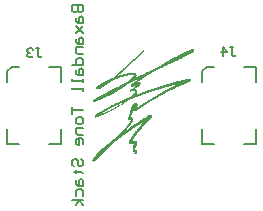
<source format=gbo>
G04*
G04 #@! TF.GenerationSoftware,Altium Limited,Altium Designer,18.1.7 (191)*
G04*
G04 Layer_Color=32896*
%FSLAX24Y24*%
%MOIN*%
G70*
G01*
G75*
%ADD12C,0.0079*%
%ADD13C,0.0080*%
%ADD40C,0.0070*%
G36*
X17792Y17526D02*
X17763D01*
Y17516D01*
X17754D01*
Y17526D01*
X17745D01*
Y17516D01*
X17735D01*
Y17507D01*
X17726D01*
Y17497D01*
X17697D01*
Y17488D01*
X17669D01*
Y17479D01*
X17650D01*
Y17469D01*
X17631D01*
Y17460D01*
X17603D01*
Y17450D01*
X17575D01*
Y17441D01*
X17556D01*
Y17431D01*
X17537D01*
Y17422D01*
X17518D01*
Y17413D01*
X17499D01*
Y17403D01*
X17481D01*
Y17394D01*
X17462D01*
Y17384D01*
X17443D01*
Y17375D01*
X17424D01*
Y17365D01*
X17405D01*
Y17356D01*
X17386D01*
Y17347D01*
X17367D01*
Y17337D01*
X17349D01*
Y17328D01*
X17330D01*
Y17318D01*
X17311D01*
Y17309D01*
X17302D01*
Y17299D01*
X17283D01*
Y17290D01*
X17264D01*
Y17281D01*
X17254D01*
Y17271D01*
X17226D01*
Y17262D01*
X17207D01*
Y17252D01*
X17188D01*
Y17243D01*
X17179D01*
Y17233D01*
X17151D01*
Y17224D01*
X17132D01*
Y17215D01*
X17113D01*
Y17205D01*
X17104D01*
Y17196D01*
X17085D01*
Y17186D01*
X17066D01*
Y17177D01*
X17047D01*
Y17168D01*
X17028D01*
Y17158D01*
X17009D01*
Y17149D01*
X16990D01*
Y17139D01*
X16981D01*
Y17130D01*
X16962D01*
Y17120D01*
X16943D01*
Y17111D01*
X16934D01*
Y17102D01*
X16906D01*
Y17092D01*
X16896D01*
Y17083D01*
X16887D01*
Y17073D01*
X16877D01*
Y17064D01*
X16849D01*
Y17054D01*
X16840D01*
Y17045D01*
X16821D01*
Y17036D01*
X16802D01*
Y17026D01*
X16793D01*
Y17017D01*
X16774D01*
Y17007D01*
X16755D01*
Y16998D01*
X16745D01*
Y16988D01*
X16727D01*
Y16979D01*
X16717D01*
Y16970D01*
X16698D01*
Y16960D01*
X16689D01*
Y16951D01*
X16661D01*
Y16941D01*
X16651D01*
Y16932D01*
X16632D01*
Y16922D01*
X16613D01*
Y16913D01*
X16604D01*
Y16904D01*
X16585D01*
Y16894D01*
X16566D01*
Y16885D01*
X16557D01*
Y16875D01*
X16529D01*
Y16866D01*
X16500D01*
Y16856D01*
X16482D01*
Y16847D01*
X16463D01*
Y16838D01*
X16444D01*
Y16828D01*
X16425D01*
Y16819D01*
X16397D01*
Y16809D01*
X16387D01*
Y16800D01*
X16368D01*
Y16790D01*
X16350D01*
Y16781D01*
X16331D01*
Y16772D01*
X16312D01*
Y16762D01*
X16284D01*
Y16753D01*
X16274D01*
Y16743D01*
X16246D01*
Y16734D01*
X16227D01*
Y16724D01*
X16208D01*
Y16715D01*
X16189D01*
Y16706D01*
X16170D01*
Y16696D01*
X16152D01*
Y16687D01*
X16133D01*
Y16677D01*
X16123D01*
Y16668D01*
X16095D01*
Y16659D01*
X16076D01*
Y16649D01*
X16057D01*
Y16640D01*
X16039D01*
Y16630D01*
X16010D01*
Y16621D01*
X15991D01*
Y16611D01*
X15973D01*
Y16602D01*
X15963D01*
Y16593D01*
X15935D01*
Y16583D01*
X15916D01*
Y16574D01*
X15888D01*
Y16583D01*
Y16593D01*
X15897D01*
Y16602D01*
Y16611D01*
X15907D01*
Y16621D01*
Y16630D01*
X15916D01*
Y16640D01*
Y16649D01*
X15907D01*
Y16659D01*
Y16668D01*
Y16677D01*
Y16687D01*
X15897D01*
Y16696D01*
Y16706D01*
X15888D01*
Y16715D01*
X15869D01*
Y16724D01*
X15841D01*
Y16734D01*
X15690D01*
Y16724D01*
X15633D01*
Y16715D01*
X15614D01*
Y16706D01*
X15605D01*
Y16715D01*
X15596D01*
Y16706D01*
X15567D01*
Y16696D01*
X15539D01*
Y16687D01*
X15501D01*
Y16677D01*
X15464D01*
Y16668D01*
X15435D01*
Y16659D01*
X15398D01*
Y16649D01*
X15360D01*
Y16640D01*
X15341D01*
Y16630D01*
X15313D01*
Y16640D01*
X15322D01*
Y16649D01*
Y16659D01*
X15332D01*
Y16668D01*
X15341D01*
Y16677D01*
X15360D01*
Y16687D01*
X15369D01*
Y16696D01*
X15379D01*
Y16706D01*
X15388D01*
Y16715D01*
X15398D01*
Y16724D01*
X15407D01*
Y16734D01*
X15416D01*
Y16743D01*
X15426D01*
Y16753D01*
X15445D01*
Y16762D01*
Y16772D01*
X15464D01*
Y16781D01*
X15473D01*
Y16790D01*
X15482D01*
Y16800D01*
X15492D01*
Y16809D01*
X15501D01*
Y16819D01*
X15511D01*
Y16828D01*
X15520D01*
Y16838D01*
X15530D01*
Y16847D01*
X15548D01*
Y16856D01*
X15558D01*
Y16866D01*
X15567D01*
Y16875D01*
X15577D01*
Y16885D01*
X15596D01*
Y16894D01*
X15605D01*
Y16904D01*
X15614D01*
Y16913D01*
X15624D01*
Y16922D01*
X15633D01*
Y16932D01*
X15643D01*
Y16941D01*
X15652D01*
Y16951D01*
X15661D01*
Y16960D01*
X15671D01*
Y16970D01*
X15680D01*
Y16979D01*
X15690D01*
Y16988D01*
X15699D01*
Y16998D01*
X15709D01*
Y17007D01*
X15718D01*
Y17017D01*
X15727D01*
Y17026D01*
X15737D01*
Y17036D01*
X15746D01*
Y17045D01*
X15756D01*
Y17054D01*
X15765D01*
Y17064D01*
X15775D01*
Y17073D01*
X15784D01*
Y17083D01*
X15793D01*
Y17092D01*
X15803D01*
Y17102D01*
X15812D01*
Y17111D01*
X15831D01*
Y17120D01*
Y17130D01*
X15841D01*
Y17139D01*
X15859D01*
Y17149D01*
X15869D01*
Y17158D01*
X15878D01*
Y17168D01*
X15888D01*
Y17177D01*
X15897D01*
Y17186D01*
X15916D01*
Y17196D01*
X15925D01*
Y17205D01*
X15935D01*
Y17215D01*
X15944D01*
Y17224D01*
X15954D01*
Y17233D01*
X15963D01*
Y17243D01*
X15973D01*
Y17252D01*
X15982D01*
Y17262D01*
X15991D01*
Y17271D01*
X16001D01*
Y17281D01*
X16010D01*
Y17290D01*
X16020D01*
Y17299D01*
X16029D01*
Y17309D01*
Y17318D01*
X16039D01*
Y17328D01*
X16048D01*
Y17337D01*
X16057D01*
Y17347D01*
X16067D01*
Y17356D01*
X16076D01*
Y17365D01*
X16086D01*
Y17375D01*
X16095D01*
Y17384D01*
X16104D01*
Y17394D01*
X16114D01*
Y17403D01*
X16123D01*
Y17413D01*
X16133D01*
Y17422D01*
X16142D01*
Y17431D01*
X16152D01*
Y17441D01*
Y17450D01*
X16161D01*
Y17460D01*
X16170D01*
Y17469D01*
Y17479D01*
X16180D01*
Y17488D01*
Y17497D01*
Y17507D01*
Y17516D01*
X16170D01*
Y17507D01*
X16161D01*
Y17497D01*
X16152D01*
Y17488D01*
X16142D01*
Y17479D01*
X16133D01*
Y17469D01*
X16123D01*
Y17460D01*
X16114D01*
Y17450D01*
X16104D01*
Y17441D01*
X16095D01*
Y17431D01*
X16086D01*
Y17422D01*
X16076D01*
Y17413D01*
X16067D01*
Y17403D01*
X16057D01*
Y17394D01*
X16048D01*
Y17384D01*
X16039D01*
Y17375D01*
X16029D01*
Y17365D01*
X16020D01*
Y17356D01*
X16010D01*
Y17347D01*
X16001D01*
Y17337D01*
X15991D01*
Y17328D01*
X15982D01*
Y17318D01*
X15963D01*
Y17309D01*
X15954D01*
Y17299D01*
Y17290D01*
X15935D01*
Y17281D01*
X15925D01*
Y17271D01*
X15916D01*
Y17262D01*
X15907D01*
Y17252D01*
X15897D01*
Y17243D01*
X15888D01*
Y17233D01*
X15869D01*
Y17224D01*
X15859D01*
Y17215D01*
X15850D01*
Y17205D01*
X15831D01*
Y17196D01*
Y17186D01*
X15812D01*
Y17177D01*
Y17168D01*
X15803D01*
Y17158D01*
X15793D01*
Y17149D01*
X15775D01*
Y17139D01*
X15765D01*
Y17130D01*
X15756D01*
Y17120D01*
X15746D01*
Y17111D01*
X15737D01*
Y17102D01*
X15727D01*
Y17092D01*
X15718D01*
Y17083D01*
X15709D01*
Y17073D01*
X15699D01*
Y17064D01*
X15690D01*
Y17054D01*
X15680D01*
Y17045D01*
X15671D01*
Y17036D01*
X15661D01*
Y17026D01*
X15652D01*
Y17017D01*
X15643D01*
Y17007D01*
X15633D01*
Y16998D01*
X15624D01*
Y16988D01*
X15614D01*
Y16979D01*
X15605D01*
Y16970D01*
X15596D01*
Y16960D01*
X15586D01*
Y16951D01*
X15577D01*
Y16941D01*
X15558D01*
Y16932D01*
X15548D01*
Y16922D01*
X15539D01*
Y16913D01*
X15530D01*
Y16904D01*
X15520D01*
Y16894D01*
X15511D01*
Y16885D01*
X15501D01*
Y16875D01*
X15482D01*
Y16866D01*
X15473D01*
Y16856D01*
X15464D01*
Y16847D01*
X15454D01*
Y16838D01*
X15445D01*
Y16828D01*
X15435D01*
Y16819D01*
X15426D01*
Y16809D01*
X15407D01*
Y16800D01*
X15398D01*
Y16790D01*
X15388D01*
Y16781D01*
X15379D01*
Y16772D01*
X15369D01*
Y16762D01*
X15360D01*
Y16753D01*
X15350D01*
Y16743D01*
X15341D01*
Y16734D01*
X15332D01*
Y16724D01*
X15322D01*
Y16715D01*
X15313D01*
Y16706D01*
X15294D01*
Y16696D01*
X15284D01*
Y16687D01*
X15275D01*
Y16677D01*
X15266D01*
Y16668D01*
X15256D01*
Y16659D01*
X15247D01*
Y16649D01*
X15237D01*
Y16640D01*
X15228D01*
Y16630D01*
X15218D01*
Y16621D01*
X15209D01*
Y16611D01*
X15190D01*
Y16602D01*
X15181D01*
Y16593D01*
X15171D01*
Y16583D01*
X15162D01*
Y16574D01*
X15153D01*
Y16564D01*
X15134D01*
Y16555D01*
X15105D01*
Y16545D01*
X15077D01*
Y16536D01*
X15058D01*
Y16527D01*
X15039D01*
Y16517D01*
X15021D01*
Y16508D01*
X15002D01*
Y16498D01*
X14983D01*
Y16489D01*
X14955D01*
Y16479D01*
X14936D01*
Y16470D01*
X14917D01*
Y16461D01*
X14889D01*
Y16451D01*
X14879D01*
Y16442D01*
X14851D01*
Y16432D01*
X14832D01*
Y16423D01*
X14813D01*
Y16413D01*
X14785D01*
Y16404D01*
Y16395D01*
X14766D01*
Y16385D01*
X14757D01*
Y16376D01*
X14738D01*
Y16366D01*
X14719D01*
Y16357D01*
X14710D01*
Y16347D01*
X14691D01*
Y16338D01*
X14681D01*
Y16329D01*
X14662D01*
Y16319D01*
X14653D01*
Y16310D01*
X14644D01*
Y16300D01*
X14625D01*
Y16291D01*
X14615D01*
Y16281D01*
X14606D01*
Y16272D01*
X14596D01*
Y16263D01*
X14587D01*
Y16253D01*
X14578D01*
Y16244D01*
Y16234D01*
X14568D01*
Y16225D01*
Y16216D01*
Y16206D01*
Y16197D01*
Y16187D01*
X14578D01*
Y16178D01*
X14644D01*
Y16187D01*
X14681D01*
Y16197D01*
X14691D01*
Y16206D01*
X14719D01*
Y16216D01*
X14738D01*
Y16225D01*
X14757D01*
Y16234D01*
X14766D01*
Y16244D01*
X14785D01*
Y16253D01*
X14804D01*
Y16263D01*
X14823D01*
Y16272D01*
X14832D01*
Y16281D01*
X14851D01*
Y16291D01*
X14870D01*
Y16300D01*
X14879D01*
Y16310D01*
X14889D01*
Y16319D01*
X14898D01*
Y16329D01*
X14907D01*
Y16338D01*
X14936D01*
Y16347D01*
X14945D01*
Y16357D01*
X14955D01*
Y16366D01*
X14973D01*
Y16376D01*
X14983D01*
Y16385D01*
X15002D01*
Y16395D01*
X15011D01*
Y16404D01*
X15021D01*
Y16413D01*
X15039D01*
Y16423D01*
X15049D01*
Y16432D01*
X15068D01*
Y16442D01*
X15077D01*
Y16451D01*
X15087D01*
Y16461D01*
X15096D01*
Y16470D01*
X15124D01*
Y16479D01*
X15143D01*
Y16489D01*
X15171D01*
Y16498D01*
X15190D01*
Y16508D01*
X15218D01*
Y16517D01*
X15237D01*
Y16527D01*
X15256D01*
Y16536D01*
X15284D01*
Y16545D01*
X15313D01*
Y16555D01*
X15350D01*
Y16564D01*
X15379D01*
Y16574D01*
X15416D01*
Y16583D01*
X15445D01*
Y16593D01*
X15473D01*
Y16602D01*
X15501D01*
Y16611D01*
X15539D01*
Y16621D01*
X15577D01*
Y16630D01*
X15624D01*
Y16640D01*
X15671D01*
Y16649D01*
X15718D01*
Y16659D01*
X15727D01*
Y16649D01*
X15737D01*
Y16659D01*
X15822D01*
Y16649D01*
Y16640D01*
Y16630D01*
X15812D01*
Y16621D01*
Y16611D01*
X15803D01*
Y16602D01*
X15793D01*
Y16593D01*
X15784D01*
Y16583D01*
X15775D01*
Y16574D01*
X15765D01*
Y16564D01*
X15756D01*
Y16555D01*
X15746D01*
Y16545D01*
X15737D01*
Y16536D01*
X15727D01*
Y16527D01*
X15718D01*
Y16517D01*
X15709D01*
Y16508D01*
X15699D01*
Y16498D01*
X15690D01*
Y16489D01*
X15680D01*
Y16479D01*
X15661D01*
Y16470D01*
X15652D01*
Y16461D01*
X15643D01*
Y16451D01*
X15633D01*
Y16442D01*
X15624D01*
Y16432D01*
X15605D01*
Y16423D01*
X15577D01*
Y16413D01*
X15558D01*
Y16404D01*
X15548D01*
Y16395D01*
X15539D01*
Y16385D01*
X15511D01*
Y16376D01*
X15501D01*
Y16366D01*
X15473D01*
Y16357D01*
X15454D01*
Y16347D01*
X15445D01*
Y16338D01*
X15426D01*
Y16329D01*
X15398D01*
Y16319D01*
X15379D01*
Y16310D01*
X15360D01*
Y16300D01*
X15350D01*
Y16291D01*
X15341D01*
Y16281D01*
X15322D01*
Y16272D01*
X15303D01*
Y16263D01*
X15275D01*
Y16253D01*
X15256D01*
Y16244D01*
X15237D01*
Y16234D01*
X15218D01*
Y16225D01*
X15200D01*
Y16216D01*
X15181D01*
Y16206D01*
X15171D01*
Y16197D01*
X15153D01*
Y16187D01*
X15134D01*
Y16178D01*
X15115D01*
Y16168D01*
X15087D01*
Y16159D01*
X15068D01*
Y16150D01*
X15058D01*
Y16140D01*
X15039D01*
Y16131D01*
X15021D01*
Y16121D01*
X14992D01*
Y16112D01*
X14973D01*
Y16102D01*
X14964D01*
Y16093D01*
X14955D01*
Y16084D01*
X14926D01*
Y16074D01*
X14917D01*
Y16065D01*
X14889D01*
Y16055D01*
X14879D01*
Y16046D01*
X14860D01*
Y16036D01*
X14841D01*
Y16027D01*
X14823D01*
Y16018D01*
X14804D01*
Y16008D01*
X14785D01*
Y15999D01*
Y15989D01*
X14766D01*
Y15980D01*
X14747D01*
Y15970D01*
X14719D01*
Y15961D01*
X14710D01*
Y15952D01*
X14691D01*
Y15942D01*
X14672D01*
Y15933D01*
X14653D01*
Y15923D01*
X14634D01*
Y15914D01*
X14615D01*
Y15904D01*
X14606D01*
Y15895D01*
X14587D01*
Y15886D01*
X14578D01*
Y15876D01*
X14559D01*
Y15867D01*
X14540D01*
Y15857D01*
X14530D01*
Y15848D01*
X14512D01*
Y15839D01*
X14502D01*
Y15829D01*
X14483D01*
Y15820D01*
X14474D01*
Y15810D01*
X14464D01*
Y15801D01*
X14455D01*
Y15791D01*
Y15782D01*
Y15773D01*
Y15763D01*
Y15754D01*
X14464D01*
Y15744D01*
X14512D01*
Y15754D01*
X14549D01*
Y15763D01*
X14568D01*
Y15773D01*
X14596D01*
Y15782D01*
X14606D01*
Y15791D01*
X14634D01*
Y15801D01*
X14644D01*
Y15810D01*
X14672D01*
Y15820D01*
X14691D01*
Y15829D01*
X14719D01*
Y15839D01*
X14738D01*
Y15848D01*
X14766D01*
Y15857D01*
X14785D01*
Y15867D01*
X14813D01*
Y15876D01*
X14832D01*
Y15886D01*
X14851D01*
Y15895D01*
X14870D01*
Y15904D01*
X14879D01*
Y15914D01*
X14907D01*
Y15923D01*
X14926D01*
Y15933D01*
X14945D01*
Y15942D01*
X14973D01*
Y15952D01*
X14983D01*
Y15961D01*
X15011D01*
Y15970D01*
X15030D01*
Y15980D01*
X15049D01*
Y15989D01*
X15068D01*
Y15999D01*
X15087D01*
Y16008D01*
X15096D01*
Y16018D01*
X15115D01*
Y16027D01*
X15134D01*
Y16036D01*
X15153D01*
Y16046D01*
X15171D01*
Y16055D01*
X15181D01*
Y16065D01*
X15200D01*
Y16074D01*
X15218D01*
Y16084D01*
X15228D01*
Y16093D01*
X15256D01*
Y16102D01*
X15266D01*
Y16112D01*
X15275D01*
Y16121D01*
X15294D01*
Y16131D01*
X15313D01*
Y16140D01*
X15332D01*
Y16150D01*
X15350D01*
Y16159D01*
X15360D01*
Y16168D01*
X15379D01*
Y16178D01*
X15388D01*
Y16187D01*
X15407D01*
Y16197D01*
X15416D01*
Y16206D01*
X15426D01*
Y16216D01*
X15445D01*
Y16225D01*
X15454D01*
Y16234D01*
X15473D01*
Y16244D01*
X15482D01*
Y16253D01*
X15492D01*
Y16263D01*
X15511D01*
Y16272D01*
X15530D01*
Y16281D01*
X15539D01*
Y16291D01*
X15548D01*
Y16300D01*
X15567D01*
Y16310D01*
X15577D01*
Y16319D01*
X15596D01*
Y16329D01*
X15605D01*
Y16338D01*
X15614D01*
Y16347D01*
X15624D01*
Y16357D01*
X15643D01*
Y16366D01*
X15652D01*
Y16376D01*
X15671D01*
Y16385D01*
X15699D01*
Y16395D01*
X15709D01*
Y16404D01*
X15727D01*
Y16413D01*
X15746D01*
Y16423D01*
X15765D01*
Y16432D01*
X15784D01*
Y16442D01*
X15812D01*
Y16451D01*
X15831D01*
Y16461D01*
X15850D01*
Y16470D01*
X15878D01*
Y16479D01*
X15888D01*
Y16489D01*
X15916D01*
Y16498D01*
X15925D01*
Y16508D01*
X15935D01*
Y16498D01*
X15944D01*
Y16489D01*
Y16479D01*
X15935D01*
Y16470D01*
X15916D01*
Y16461D01*
X15907D01*
Y16451D01*
X15888D01*
Y16442D01*
X15869D01*
Y16432D01*
X15859D01*
Y16423D01*
X15841D01*
Y16413D01*
X15831D01*
Y16404D01*
X15812D01*
Y16395D01*
X15803D01*
Y16385D01*
X15793D01*
Y16376D01*
X15775D01*
Y16366D01*
X15765D01*
Y16357D01*
X15756D01*
Y16347D01*
X15746D01*
Y16338D01*
X15737D01*
Y16329D01*
X15727D01*
Y16319D01*
X15718D01*
Y16310D01*
Y16300D01*
Y16291D01*
Y16281D01*
Y16272D01*
Y16263D01*
X15727D01*
Y16253D01*
X15775D01*
Y16263D01*
X15803D01*
Y16272D01*
X15831D01*
Y16281D01*
X15850D01*
Y16291D01*
X15869D01*
Y16300D01*
X15878D01*
Y16291D01*
X15888D01*
Y16281D01*
X15878D01*
Y16272D01*
X15869D01*
Y16263D01*
X15859D01*
Y16253D01*
X15841D01*
Y16244D01*
X15831D01*
Y16234D01*
X15812D01*
Y16225D01*
X15803D01*
Y16216D01*
X15793D01*
Y16206D01*
X15784D01*
Y16197D01*
X15775D01*
Y16187D01*
X15765D01*
Y16178D01*
X15746D01*
Y16168D01*
X15737D01*
Y16159D01*
X15727D01*
Y16150D01*
X15709D01*
Y16140D01*
X15699D01*
Y16131D01*
Y16121D01*
Y16112D01*
Y16102D01*
X15709D01*
Y16093D01*
X15727D01*
Y16102D01*
X15737D01*
Y16112D01*
X15765D01*
Y16121D01*
X15793D01*
Y16131D01*
X15869D01*
Y16121D01*
Y16112D01*
X15878D01*
Y16102D01*
Y16093D01*
Y16084D01*
X15869D01*
Y16074D01*
Y16065D01*
X15859D01*
Y16055D01*
Y16046D01*
X15841D01*
Y16036D01*
X15831D01*
Y16027D01*
X15822D01*
Y16018D01*
X15812D01*
Y16008D01*
X15803D01*
Y15999D01*
X15793D01*
Y15989D01*
X15784D01*
Y15980D01*
X15775D01*
Y15970D01*
X15765D01*
Y15961D01*
X15746D01*
Y15952D01*
Y15942D01*
X15727D01*
Y15933D01*
X15718D01*
Y15923D01*
X15690D01*
Y15914D01*
X15661D01*
Y15904D01*
X15652D01*
Y15895D01*
X15624D01*
Y15886D01*
X15605D01*
Y15876D01*
X15577D01*
Y15867D01*
X15558D01*
Y15857D01*
X15530D01*
Y15848D01*
X15511D01*
Y15839D01*
X15492D01*
Y15829D01*
X15464D01*
Y15820D01*
X15445D01*
Y15810D01*
X15426D01*
Y15801D01*
X15407D01*
Y15791D01*
X15388D01*
Y15782D01*
X15379D01*
Y15773D01*
X15350D01*
Y15763D01*
X15332D01*
Y15754D01*
X15313D01*
Y15744D01*
X15284D01*
Y15735D01*
X15266D01*
Y15725D01*
X15247D01*
Y15716D01*
X15228D01*
Y15707D01*
X15209D01*
Y15697D01*
X15200D01*
Y15688D01*
X15181D01*
Y15678D01*
X15162D01*
Y15669D01*
X15143D01*
Y15659D01*
X15124D01*
Y15650D01*
X15096D01*
Y15641D01*
X15077D01*
Y15631D01*
X15058D01*
Y15622D01*
X15039D01*
Y15612D01*
X15021D01*
Y15603D01*
X15002D01*
Y15593D01*
X14992D01*
Y15584D01*
X14973D01*
Y15575D01*
X14955D01*
Y15565D01*
X14936D01*
Y15556D01*
X14917D01*
Y15546D01*
X14898D01*
Y15537D01*
X14879D01*
Y15527D01*
X14870D01*
Y15518D01*
X14851D01*
Y15509D01*
X14832D01*
Y15499D01*
X14813D01*
Y15490D01*
X14804D01*
Y15480D01*
X14785D01*
Y15471D01*
X14766D01*
Y15461D01*
X14757D01*
Y15452D01*
X14738D01*
Y15443D01*
X14719D01*
Y15433D01*
X14700D01*
Y15424D01*
X14691D01*
Y15414D01*
X14672D01*
Y15405D01*
X14662D01*
Y15396D01*
X14644D01*
Y15386D01*
X14625D01*
Y15377D01*
X14615D01*
Y15367D01*
X14606D01*
Y15358D01*
X14587D01*
Y15348D01*
X14578D01*
Y15339D01*
X14559D01*
Y15330D01*
X14549D01*
Y15320D01*
X14540D01*
Y15311D01*
X14530D01*
Y15301D01*
Y15292D01*
X14521D01*
Y15282D01*
Y15273D01*
Y15264D01*
Y15254D01*
Y15245D01*
X14540D01*
Y15235D01*
X14578D01*
Y15245D01*
X14606D01*
Y15254D01*
X14625D01*
Y15264D01*
X14653D01*
Y15273D01*
X14672D01*
Y15282D01*
X14691D01*
Y15292D01*
X14700D01*
Y15301D01*
X14728D01*
Y15311D01*
X14747D01*
Y15320D01*
X14776D01*
Y15330D01*
X14794D01*
Y15339D01*
X14823D01*
Y15348D01*
X14832D01*
Y15358D01*
X14860D01*
Y15367D01*
X14889D01*
Y15377D01*
X14898D01*
Y15386D01*
X14926D01*
Y15396D01*
X14936D01*
Y15405D01*
X14964D01*
Y15414D01*
X14973D01*
Y15424D01*
X15002D01*
Y15433D01*
X15030D01*
Y15443D01*
X15039D01*
Y15452D01*
X15068D01*
Y15461D01*
X15087D01*
Y15471D01*
X15105D01*
Y15480D01*
X15115D01*
Y15490D01*
X15143D01*
Y15499D01*
X15153D01*
Y15509D01*
X15171D01*
Y15518D01*
X15190D01*
Y15527D01*
X15209D01*
Y15537D01*
X15228D01*
Y15546D01*
X15237D01*
Y15556D01*
X15256D01*
Y15565D01*
X15275D01*
Y15575D01*
X15284D01*
Y15584D01*
X15313D01*
Y15593D01*
X15322D01*
Y15603D01*
X15341D01*
Y15612D01*
X15350D01*
Y15622D01*
X15369D01*
Y15631D01*
X15379D01*
Y15641D01*
X15407D01*
Y15650D01*
X15416D01*
Y15659D01*
X15435D01*
Y15669D01*
X15454D01*
Y15678D01*
X15464D01*
Y15688D01*
X15482D01*
Y15697D01*
X15492D01*
Y15707D01*
X15511D01*
Y15716D01*
X15520D01*
Y15725D01*
X15530D01*
Y15735D01*
X15548D01*
Y15744D01*
X15558D01*
Y15754D01*
X15577D01*
Y15763D01*
X15586D01*
Y15773D01*
X15596D01*
Y15782D01*
X15605D01*
Y15791D01*
X15624D01*
Y15801D01*
X15633D01*
Y15810D01*
X15643D01*
Y15820D01*
X15652D01*
Y15829D01*
X15680D01*
Y15839D01*
X15709D01*
Y15848D01*
X15737D01*
Y15857D01*
X15756D01*
Y15867D01*
X15784D01*
Y15876D01*
X15812D01*
Y15886D01*
X15841D01*
Y15895D01*
X15850D01*
Y15904D01*
X15878D01*
Y15914D01*
X15907D01*
Y15923D01*
X15935D01*
Y15933D01*
X15963D01*
Y15942D01*
X15982D01*
Y15952D01*
X16010D01*
Y15961D01*
X16048D01*
Y15970D01*
X16067D01*
Y15980D01*
X16095D01*
Y15989D01*
X16114D01*
Y15999D01*
X16142D01*
Y16008D01*
X16161D01*
Y16018D01*
X16180D01*
Y16027D01*
X16208D01*
Y16036D01*
X16246D01*
Y16046D01*
X16274D01*
Y16055D01*
X16302D01*
Y16065D01*
X16331D01*
Y16074D01*
X16368D01*
Y16084D01*
X16397D01*
Y16093D01*
X16406D01*
Y16102D01*
X16416D01*
Y16093D01*
X16425D01*
Y16102D01*
X16434D01*
Y16112D01*
X16463D01*
Y16121D01*
X16491D01*
Y16131D01*
X16529D01*
Y16140D01*
X16547D01*
Y16150D01*
X16585D01*
Y16159D01*
X16623D01*
Y16168D01*
X16651D01*
Y16178D01*
X16679D01*
Y16187D01*
X16717D01*
Y16197D01*
X16736D01*
Y16206D01*
X16764D01*
Y16216D01*
X16793D01*
Y16225D01*
X16821D01*
Y16234D01*
X16859D01*
Y16244D01*
X16896D01*
Y16253D01*
X16925D01*
Y16263D01*
X16962D01*
Y16272D01*
X17000D01*
Y16281D01*
X17028D01*
Y16291D01*
X17056D01*
Y16300D01*
X17085D01*
Y16310D01*
X17113D01*
Y16319D01*
X17151D01*
Y16329D01*
X17188D01*
Y16338D01*
X17236D01*
Y16329D01*
Y16319D01*
X17217D01*
Y16310D01*
X17198D01*
Y16300D01*
X17179D01*
Y16291D01*
X17160D01*
Y16281D01*
X17141D01*
Y16272D01*
X17122D01*
Y16263D01*
X17104D01*
Y16253D01*
X17085D01*
Y16244D01*
X17066D01*
Y16234D01*
X17047D01*
Y16225D01*
X17028D01*
Y16216D01*
X17009D01*
Y16206D01*
X16990D01*
Y16197D01*
X16972D01*
Y16187D01*
X16953D01*
Y16178D01*
X16934D01*
Y16168D01*
X16925D01*
Y16159D01*
X16906D01*
Y16150D01*
X16887D01*
Y16140D01*
X16868D01*
Y16131D01*
X16859D01*
Y16121D01*
X16830D01*
Y16112D01*
X16811D01*
Y16102D01*
X16802D01*
Y16093D01*
X16783D01*
Y16084D01*
X16774D01*
Y16074D01*
X16764D01*
Y16065D01*
X16736D01*
Y16055D01*
X16717D01*
Y16046D01*
X16708D01*
Y16036D01*
X16689D01*
Y16027D01*
X16679D01*
Y16018D01*
X16651D01*
Y16008D01*
X16642D01*
Y15999D01*
X16632D01*
Y15989D01*
X16613D01*
Y15980D01*
X16595D01*
Y15970D01*
X16585D01*
Y15961D01*
X16576D01*
Y15952D01*
X16547D01*
Y15942D01*
X16538D01*
Y15933D01*
X16519D01*
Y15923D01*
X16500D01*
Y15914D01*
X16482D01*
Y15904D01*
X16463D01*
Y15895D01*
X16453D01*
Y15886D01*
X16444D01*
Y15876D01*
X16425D01*
Y15867D01*
X16406D01*
Y15857D01*
X16397D01*
Y15848D01*
X16378D01*
Y15839D01*
X16359D01*
Y15829D01*
X16340D01*
Y15820D01*
X16321D01*
Y15810D01*
X16312D01*
Y15801D01*
X16302D01*
Y15791D01*
X16284D01*
Y15782D01*
X16265D01*
Y15773D01*
X16255D01*
Y15763D01*
X16246D01*
Y15754D01*
X16227D01*
Y15744D01*
X16208D01*
Y15735D01*
X16199D01*
Y15725D01*
X16180D01*
Y15716D01*
X16161D01*
Y15707D01*
X16142D01*
Y15697D01*
Y15688D01*
X16133D01*
Y15697D01*
X16123D01*
Y15688D01*
X16114D01*
Y15678D01*
X16104D01*
Y15669D01*
X16095D01*
Y15659D01*
X16086D01*
Y15650D01*
X16057D01*
Y15641D01*
X16039D01*
Y15631D01*
X16029D01*
Y15622D01*
X16010D01*
Y15612D01*
X16001D01*
Y15603D01*
X15982D01*
Y15593D01*
X15973D01*
Y15584D01*
X15963D01*
Y15575D01*
X15925D01*
Y15584D01*
X15935D01*
Y15593D01*
Y15603D01*
X15944D01*
Y15612D01*
Y15622D01*
X15954D01*
Y15631D01*
Y15641D01*
Y15650D01*
Y15659D01*
Y15669D01*
Y15678D01*
Y15688D01*
Y15697D01*
X15944D01*
Y15707D01*
X15935D01*
Y15716D01*
X15925D01*
Y15725D01*
X15907D01*
Y15735D01*
X15897D01*
Y15725D01*
X15859D01*
Y15716D01*
X15841D01*
Y15707D01*
X15831D01*
Y15697D01*
X15822D01*
Y15688D01*
X15812D01*
Y15678D01*
X15803D01*
Y15669D01*
X15793D01*
Y15659D01*
X15784D01*
Y15650D01*
X15775D01*
Y15641D01*
Y15631D01*
X15765D01*
Y15622D01*
X15756D01*
Y15612D01*
Y15603D01*
X15746D01*
Y15593D01*
X15737D01*
Y15584D01*
Y15575D01*
X15727D01*
Y15565D01*
Y15556D01*
Y15546D01*
Y15537D01*
Y15527D01*
Y15518D01*
X15718D01*
Y15509D01*
Y15499D01*
Y15490D01*
Y15480D01*
X15709D01*
Y15471D01*
Y15461D01*
Y15452D01*
Y15443D01*
Y15433D01*
Y15424D01*
X15699D01*
Y15414D01*
Y15405D01*
Y15396D01*
Y15386D01*
X15690D01*
Y15377D01*
Y15367D01*
Y15358D01*
Y15348D01*
X15680D01*
Y15339D01*
Y15330D01*
Y15320D01*
Y15311D01*
Y15301D01*
Y15292D01*
Y15282D01*
Y15273D01*
Y15264D01*
X15671D01*
Y15254D01*
X15661D01*
Y15245D01*
X15643D01*
Y15235D01*
X15633D01*
Y15226D01*
Y15216D01*
X15624D01*
Y15207D01*
X15633D01*
Y15198D01*
Y15188D01*
X15643D01*
Y15179D01*
Y15169D01*
X15661D01*
Y15160D01*
X15671D01*
Y15150D01*
X15699D01*
Y15141D01*
X15718D01*
Y15132D01*
Y15122D01*
Y15113D01*
X15709D01*
Y15103D01*
Y15094D01*
X15699D01*
Y15084D01*
Y15075D01*
X15690D01*
Y15066D01*
X15680D01*
Y15056D01*
Y15047D01*
X15671D01*
Y15037D01*
X15661D01*
Y15028D01*
X15652D01*
Y15019D01*
X15643D01*
Y15009D01*
X15633D01*
Y15000D01*
Y14990D01*
X15624D01*
Y14981D01*
X15614D01*
Y14971D01*
X15605D01*
Y14962D01*
X15596D01*
Y14953D01*
X15586D01*
Y14943D01*
Y14934D01*
X15577D01*
Y14924D01*
X15567D01*
Y14915D01*
X15558D01*
Y14905D01*
X15548D01*
Y14896D01*
X15539D01*
Y14887D01*
Y14877D01*
X15530D01*
Y14868D01*
X15520D01*
Y14858D01*
X15511D01*
Y14849D01*
X15501D01*
Y14839D01*
X15492D01*
Y14830D01*
X15482D01*
Y14821D01*
X15473D01*
Y14811D01*
X15464D01*
Y14802D01*
X15454D01*
Y14792D01*
X15445D01*
Y14783D01*
X15435D01*
Y14773D01*
X15426D01*
Y14764D01*
X15416D01*
Y14755D01*
X15407D01*
Y14745D01*
X15398D01*
Y14736D01*
Y14726D01*
X15388D01*
Y14717D01*
X15369D01*
Y14707D01*
Y14698D01*
X15360D01*
Y14689D01*
X15350D01*
Y14679D01*
X15341D01*
Y14670D01*
X15332D01*
Y14660D01*
X15322D01*
Y14651D01*
X15313D01*
Y14641D01*
X15303D01*
Y14632D01*
X15294D01*
Y14623D01*
X15284D01*
Y14613D01*
X15275D01*
Y14604D01*
X15266D01*
Y14594D01*
X15256D01*
Y14585D01*
X15247D01*
Y14576D01*
X15237D01*
Y14566D01*
X15218D01*
Y14557D01*
X15209D01*
Y14547D01*
X15200D01*
Y14538D01*
X15190D01*
Y14528D01*
X15171D01*
Y14519D01*
X15162D01*
Y14510D01*
X15143D01*
Y14500D01*
X15134D01*
Y14491D01*
X15124D01*
Y14481D01*
X15115D01*
Y14472D01*
X15096D01*
Y14462D01*
X15087D01*
Y14453D01*
X15077D01*
Y14444D01*
X15058D01*
Y14434D01*
X15049D01*
Y14425D01*
X15039D01*
Y14415D01*
X15030D01*
Y14406D01*
X15021D01*
Y14396D01*
X15002D01*
Y14387D01*
X14992D01*
Y14378D01*
X14983D01*
Y14368D01*
X14973D01*
Y14359D01*
X14964D01*
Y14349D01*
X14945D01*
Y14340D01*
X14936D01*
Y14330D01*
X14926D01*
Y14321D01*
X14917D01*
Y14312D01*
X14898D01*
Y14302D01*
X14889D01*
Y14293D01*
X14879D01*
Y14283D01*
X14860D01*
Y14274D01*
X14851D01*
Y14264D01*
X14841D01*
Y14255D01*
X14832D01*
Y14246D01*
X14823D01*
Y14236D01*
X14813D01*
Y14227D01*
X14804D01*
Y14217D01*
X14794D01*
Y14208D01*
X14776D01*
Y14198D01*
X14766D01*
Y14189D01*
X14757D01*
Y14180D01*
X14747D01*
Y14170D01*
X14738D01*
Y14161D01*
X14728D01*
Y14151D01*
X14719D01*
Y14142D01*
X14700D01*
Y14133D01*
Y14123D01*
X14681D01*
Y14114D01*
Y14104D01*
X14662D01*
Y14095D01*
Y14085D01*
X14644D01*
Y14076D01*
Y14067D01*
X14625D01*
Y14057D01*
X14615D01*
Y14048D01*
X14606D01*
Y14038D01*
Y14029D01*
X14587D01*
Y14019D01*
Y14010D01*
X14568D01*
Y14001D01*
Y13991D01*
X14559D01*
Y13982D01*
X14549D01*
Y13972D01*
X14540D01*
Y13963D01*
X14530D01*
Y13953D01*
X14521D01*
Y13944D01*
Y13935D01*
X14512D01*
Y13925D01*
X14502D01*
Y13916D01*
X14493D01*
Y13906D01*
X14483D01*
Y13897D01*
Y13887D01*
X14474D01*
Y13878D01*
Y13869D01*
X14464D01*
Y13859D01*
Y13850D01*
X14455D01*
Y13840D01*
Y13831D01*
X14446D01*
Y13821D01*
Y13812D01*
Y13803D01*
Y13793D01*
X14455D01*
Y13784D01*
Y13774D01*
X14474D01*
Y13765D01*
X14502D01*
Y13774D01*
X14521D01*
Y13784D01*
X14530D01*
Y13793D01*
X14549D01*
Y13803D01*
X14559D01*
Y13812D01*
X14568D01*
Y13821D01*
X14578D01*
Y13831D01*
X14587D01*
Y13840D01*
X14596D01*
Y13850D01*
X14606D01*
Y13859D01*
X14615D01*
Y13869D01*
X14634D01*
Y13878D01*
Y13887D01*
X14653D01*
Y13897D01*
Y13906D01*
X14662D01*
Y13916D01*
X14672D01*
Y13925D01*
X14691D01*
Y13935D01*
X14700D01*
Y13944D01*
X14710D01*
Y13953D01*
X14719D01*
Y13963D01*
X14728D01*
Y13972D01*
X14738D01*
Y13982D01*
X14747D01*
Y13991D01*
X14757D01*
Y14001D01*
X14766D01*
Y14010D01*
X14776D01*
Y14019D01*
X14785D01*
Y14029D01*
X14794D01*
Y14038D01*
X14804D01*
Y14048D01*
X14813D01*
Y14057D01*
X14823D01*
Y14067D01*
X14832D01*
Y14076D01*
X14841D01*
Y14085D01*
X14851D01*
Y14095D01*
X14860D01*
Y14104D01*
X14870D01*
Y14114D01*
X14879D01*
Y14123D01*
X14889D01*
Y14133D01*
X14898D01*
Y14142D01*
X14907D01*
Y14151D01*
X14917D01*
Y14161D01*
X14926D01*
Y14170D01*
X14936D01*
Y14180D01*
X14945D01*
Y14189D01*
X14955D01*
Y14198D01*
X14964D01*
Y14208D01*
X14973D01*
Y14217D01*
X14983D01*
Y14227D01*
X14992D01*
Y14236D01*
X15002D01*
Y14246D01*
X15011D01*
Y14255D01*
X15021D01*
Y14264D01*
X15030D01*
Y14274D01*
X15039D01*
Y14283D01*
X15049D01*
Y14293D01*
Y14302D01*
X15058D01*
Y14312D01*
X15068D01*
Y14321D01*
X15077D01*
Y14330D01*
X15087D01*
Y14340D01*
X15096D01*
Y14349D01*
X15105D01*
Y14359D01*
X15124D01*
Y14368D01*
Y14378D01*
X15143D01*
Y14387D01*
X15153D01*
Y14396D01*
X15162D01*
Y14406D01*
X15171D01*
Y14415D01*
X15181D01*
Y14425D01*
X15190D01*
Y14434D01*
X15209D01*
Y14444D01*
X15218D01*
Y14453D01*
X15237D01*
Y14462D01*
X15247D01*
Y14472D01*
X15266D01*
Y14481D01*
X15275D01*
Y14491D01*
X15284D01*
Y14500D01*
X15303D01*
Y14510D01*
X15313D01*
Y14519D01*
X15322D01*
Y14528D01*
X15332D01*
Y14538D01*
X15341D01*
Y14547D01*
X15360D01*
Y14557D01*
X15379D01*
Y14566D01*
X15388D01*
Y14576D01*
X15398D01*
Y14585D01*
X15416D01*
Y14594D01*
X15426D01*
Y14604D01*
X15445D01*
Y14613D01*
X15454D01*
Y14623D01*
X15464D01*
Y14632D01*
X15482D01*
Y14641D01*
X15492D01*
Y14651D01*
X15511D01*
Y14660D01*
X15520D01*
Y14670D01*
X15539D01*
Y14679D01*
X15548D01*
Y14689D01*
X15567D01*
Y14698D01*
X15577D01*
Y14707D01*
X15586D01*
Y14717D01*
X15596D01*
Y14726D01*
X15605D01*
Y14736D01*
X15633D01*
Y14745D01*
X15643D01*
Y14755D01*
X15652D01*
Y14764D01*
X15671D01*
Y14773D01*
X15680D01*
Y14783D01*
X15690D01*
Y14792D01*
X15709D01*
Y14802D01*
X15718D01*
Y14811D01*
X15737D01*
Y14821D01*
X15746D01*
Y14830D01*
X15756D01*
Y14839D01*
X15775D01*
Y14849D01*
X15784D01*
Y14858D01*
X15793D01*
Y14868D01*
X15812D01*
Y14877D01*
X15831D01*
Y14887D01*
X15841D01*
Y14896D01*
X15850D01*
Y14905D01*
X15859D01*
Y14915D01*
X15878D01*
Y14924D01*
X15897D01*
Y14934D01*
X15907D01*
Y14943D01*
X15935D01*
Y14953D01*
X15944D01*
Y14962D01*
X15963D01*
Y14971D01*
X15973D01*
Y14981D01*
X15991D01*
Y14990D01*
X16001D01*
Y15000D01*
X16020D01*
Y15009D01*
X16029D01*
Y15019D01*
X16048D01*
Y15028D01*
X16057D01*
Y15037D01*
X16076D01*
Y15047D01*
X16086D01*
Y15056D01*
X16114D01*
Y15047D01*
Y15037D01*
X16104D01*
Y15028D01*
X16095D01*
Y15019D01*
X16086D01*
Y15009D01*
X16076D01*
Y15000D01*
X16067D01*
Y14990D01*
Y14981D01*
X16057D01*
Y14971D01*
X16048D01*
Y14962D01*
X16039D01*
Y14953D01*
X16029D01*
Y14943D01*
X16020D01*
Y14934D01*
Y14924D01*
X16010D01*
Y14915D01*
X16001D01*
Y14905D01*
X15991D01*
Y14896D01*
X15982D01*
Y14887D01*
X15973D01*
Y14877D01*
X15963D01*
Y14868D01*
Y14858D01*
X15954D01*
Y14849D01*
X15944D01*
Y14839D01*
X15935D01*
Y14830D01*
X15925D01*
Y14821D01*
Y14811D01*
X15916D01*
Y14802D01*
X15907D01*
Y14792D01*
X15897D01*
Y14783D01*
X15888D01*
Y14773D01*
X15878D01*
Y14764D01*
Y14755D01*
X15869D01*
Y14745D01*
X15859D01*
Y14736D01*
X15850D01*
Y14726D01*
X15841D01*
Y14717D01*
Y14707D01*
X15831D01*
Y14698D01*
X15822D01*
Y14689D01*
X15812D01*
Y14679D01*
Y14670D01*
X15803D01*
Y14660D01*
X15793D01*
Y14651D01*
X15784D01*
Y14641D01*
Y14632D01*
X15775D01*
Y14623D01*
X15765D01*
Y14613D01*
X15756D01*
Y14604D01*
Y14594D01*
X15746D01*
Y14585D01*
X15737D01*
Y14576D01*
Y14566D01*
X15727D01*
Y14557D01*
Y14547D01*
X15718D01*
Y14538D01*
X15709D01*
Y14528D01*
Y14519D01*
X15699D01*
Y14510D01*
Y14500D01*
X15690D01*
Y14491D01*
Y14481D01*
X15680D01*
Y14472D01*
Y14462D01*
X15671D01*
Y14453D01*
Y14444D01*
X15661D01*
Y14434D01*
Y14425D01*
Y14415D01*
Y14406D01*
Y14396D01*
Y14387D01*
Y14378D01*
X15671D01*
Y14368D01*
X15680D01*
Y14359D01*
X15690D01*
Y14349D01*
X15699D01*
Y14340D01*
X15765D01*
Y14349D01*
X15831D01*
Y14340D01*
Y14330D01*
X15822D01*
Y14321D01*
Y14312D01*
X15812D01*
Y14302D01*
Y14293D01*
Y14283D01*
X15803D01*
Y14274D01*
Y14264D01*
X15793D01*
Y14255D01*
Y14246D01*
Y14236D01*
X15784D01*
Y14227D01*
Y14217D01*
Y14208D01*
Y14198D01*
X15775D01*
Y14189D01*
X15784D01*
Y14180D01*
Y14170D01*
Y14161D01*
Y14151D01*
Y14142D01*
X15793D01*
Y14133D01*
Y14123D01*
X15803D01*
Y14114D01*
Y14104D01*
X15812D01*
Y14095D01*
X15822D01*
Y14085D01*
X15841D01*
Y14076D01*
X15850D01*
Y14067D01*
Y14057D01*
X15841D01*
Y14048D01*
Y14038D01*
X15850D01*
Y14029D01*
Y14019D01*
X15878D01*
Y14010D01*
X15888D01*
Y14019D01*
X15897D01*
Y14029D01*
X15916D01*
Y14038D01*
Y14048D01*
X15925D01*
Y14057D01*
X15935D01*
Y14067D01*
X15944D01*
Y14076D01*
Y14085D01*
Y14095D01*
Y14104D01*
Y14114D01*
Y14123D01*
X15935D01*
Y14133D01*
X15925D01*
Y14142D01*
X15916D01*
Y14151D01*
X15907D01*
Y14161D01*
X15897D01*
Y14170D01*
X15878D01*
Y14180D01*
Y14189D01*
Y14198D01*
Y14208D01*
X15888D01*
Y14217D01*
Y14227D01*
Y14236D01*
X15897D01*
Y14246D01*
Y14255D01*
X15907D01*
Y14264D01*
Y14274D01*
Y14283D01*
X15916D01*
Y14293D01*
Y14302D01*
X15925D01*
Y14312D01*
Y14321D01*
X15935D01*
Y14330D01*
Y14340D01*
Y14349D01*
X15944D01*
Y14359D01*
Y14368D01*
Y14378D01*
Y14387D01*
Y14396D01*
Y14406D01*
X15925D01*
Y14415D01*
Y14425D01*
Y14434D01*
X15916D01*
Y14444D01*
X15907D01*
Y14453D01*
X15859D01*
Y14462D01*
X15841D01*
Y14453D01*
X15803D01*
Y14444D01*
X15775D01*
Y14453D01*
Y14462D01*
Y14472D01*
X15784D01*
Y14481D01*
Y14491D01*
X15793D01*
Y14500D01*
Y14510D01*
X15803D01*
Y14519D01*
X15812D01*
Y14528D01*
Y14538D01*
X15822D01*
Y14547D01*
Y14557D01*
X15831D01*
Y14566D01*
X15841D01*
Y14576D01*
X15850D01*
Y14585D01*
Y14594D01*
X15859D01*
Y14604D01*
X15869D01*
Y14613D01*
X15878D01*
Y14623D01*
Y14632D01*
X15888D01*
Y14641D01*
X15897D01*
Y14651D01*
X15907D01*
Y14660D01*
X15916D01*
Y14670D01*
Y14679D01*
X15925D01*
Y14689D01*
X15935D01*
Y14698D01*
X15944D01*
Y14707D01*
Y14717D01*
X15954D01*
Y14726D01*
X15963D01*
Y14736D01*
X15973D01*
Y14745D01*
X15982D01*
Y14755D01*
X15991D01*
Y14764D01*
X16001D01*
Y14773D01*
Y14783D01*
X16010D01*
Y14792D01*
X16020D01*
Y14802D01*
X16029D01*
Y14811D01*
X16039D01*
Y14821D01*
Y14830D01*
X16048D01*
Y14839D01*
X16057D01*
Y14849D01*
X16067D01*
Y14858D01*
X16076D01*
Y14868D01*
X16086D01*
Y14877D01*
X16095D01*
Y14887D01*
X16104D01*
Y14896D01*
Y14905D01*
X16114D01*
Y14915D01*
X16123D01*
Y14924D01*
X16133D01*
Y14934D01*
X16142D01*
Y14943D01*
X16152D01*
Y14953D01*
X16161D01*
Y14962D01*
X16170D01*
Y14971D01*
Y14981D01*
X16180D01*
Y14990D01*
X16189D01*
Y15000D01*
X16199D01*
Y15009D01*
X16208D01*
Y15019D01*
X16218D01*
Y15028D01*
X16227D01*
Y15037D01*
X16236D01*
Y15047D01*
X16246D01*
Y15056D01*
X16255D01*
Y15066D01*
X16265D01*
Y15075D01*
X16274D01*
Y15084D01*
X16284D01*
Y15094D01*
X16293D01*
Y15103D01*
X16302D01*
Y15113D01*
X16312D01*
Y15122D01*
Y15132D01*
X16321D01*
Y15141D01*
X16331D01*
Y15150D01*
X16340D01*
Y15160D01*
X16350D01*
Y15169D01*
X16359D01*
Y15179D01*
X16368D01*
Y15188D01*
X16378D01*
Y15198D01*
X16387D01*
Y15207D01*
Y15216D01*
X16397D01*
Y15226D01*
X16406D01*
Y15235D01*
X16416D01*
Y15245D01*
X16425D01*
Y15254D01*
X16434D01*
Y15264D01*
X16444D01*
Y15273D01*
Y15282D01*
Y15292D01*
Y15301D01*
Y15311D01*
X16434D01*
Y15320D01*
X16425D01*
Y15330D01*
X16406D01*
Y15339D01*
X16368D01*
Y15330D01*
X16350D01*
Y15320D01*
X16331D01*
Y15311D01*
X16312D01*
Y15301D01*
X16293D01*
Y15292D01*
X16284D01*
Y15282D01*
X16274D01*
Y15273D01*
X16255D01*
Y15264D01*
X16246D01*
Y15254D01*
X16227D01*
Y15245D01*
X16218D01*
Y15235D01*
X16189D01*
Y15226D01*
X16180D01*
Y15216D01*
X16161D01*
Y15207D01*
X16142D01*
Y15198D01*
X16133D01*
Y15188D01*
X16123D01*
Y15179D01*
X16104D01*
Y15169D01*
X16086D01*
Y15160D01*
X16076D01*
Y15150D01*
X16057D01*
Y15141D01*
X16048D01*
Y15132D01*
X16029D01*
Y15122D01*
X16020D01*
Y15113D01*
X16001D01*
Y15103D01*
X15982D01*
Y15094D01*
X15973D01*
Y15084D01*
X15963D01*
Y15075D01*
X15954D01*
Y15066D01*
X15935D01*
Y15056D01*
X15916D01*
Y15047D01*
X15907D01*
Y15037D01*
X15888D01*
Y15028D01*
X15869D01*
Y15019D01*
X15850D01*
Y15009D01*
X15841D01*
Y15000D01*
X15822D01*
Y14990D01*
X15812D01*
Y14981D01*
X15803D01*
Y14971D01*
X15784D01*
Y14962D01*
X15775D01*
Y14953D01*
X15756D01*
Y14943D01*
X15746D01*
Y14934D01*
X15727D01*
Y14924D01*
X15718D01*
Y14915D01*
X15699D01*
Y14905D01*
X15690D01*
Y14896D01*
X15680D01*
Y14887D01*
X15671D01*
Y14877D01*
X15652D01*
Y14868D01*
X15643D01*
Y14858D01*
X15633D01*
Y14849D01*
X15624D01*
Y14839D01*
X15586D01*
Y14849D01*
Y14858D01*
X15596D01*
Y14868D01*
X15605D01*
Y14877D01*
X15614D01*
Y14887D01*
X15624D01*
Y14896D01*
X15633D01*
Y14905D01*
X15643D01*
Y14915D01*
Y14924D01*
X15652D01*
Y14934D01*
X15661D01*
Y14943D01*
X15671D01*
Y14953D01*
X15680D01*
Y14962D01*
X15690D01*
Y14971D01*
Y14981D01*
X15699D01*
Y14990D01*
X15709D01*
Y15000D01*
X15718D01*
Y15009D01*
X15727D01*
Y15019D01*
Y15028D01*
X15737D01*
Y15037D01*
X15746D01*
Y15047D01*
Y15056D01*
X15756D01*
Y15066D01*
Y15075D01*
X15765D01*
Y15084D01*
X15784D01*
Y15094D01*
X15793D01*
Y15103D01*
Y15113D01*
X15803D01*
Y15122D01*
X15793D01*
Y15132D01*
Y15141D01*
Y15150D01*
Y15160D01*
Y15169D01*
X15803D01*
Y15179D01*
Y15188D01*
Y15198D01*
X15812D01*
Y15207D01*
Y15216D01*
X15803D01*
Y15226D01*
X15793D01*
Y15235D01*
X15765D01*
Y15245D01*
X15746D01*
Y15254D01*
Y15264D01*
Y15273D01*
Y15282D01*
Y15292D01*
Y15301D01*
Y15311D01*
X15756D01*
Y15320D01*
Y15330D01*
Y15339D01*
Y15348D01*
Y15358D01*
X15765D01*
Y15367D01*
Y15377D01*
Y15386D01*
X15775D01*
Y15396D01*
Y15405D01*
X15784D01*
Y15414D01*
Y15424D01*
Y15433D01*
X15803D01*
Y15443D01*
X15850D01*
Y15452D01*
X15878D01*
Y15461D01*
X15897D01*
Y15471D01*
X15916D01*
Y15480D01*
X15935D01*
Y15490D01*
X15954D01*
Y15499D01*
X15963D01*
Y15509D01*
X15982D01*
Y15518D01*
Y15527D01*
X16010D01*
Y15537D01*
X16020D01*
Y15546D01*
X16029D01*
Y15556D01*
X16048D01*
Y15565D01*
X16067D01*
Y15575D01*
X16076D01*
Y15584D01*
X16095D01*
Y15593D01*
X16104D01*
Y15603D01*
X16123D01*
Y15612D01*
X16133D01*
Y15622D01*
X16152D01*
Y15631D01*
X16170D01*
Y15641D01*
X16180D01*
Y15650D01*
X16199D01*
Y15659D01*
X16218D01*
Y15669D01*
X16236D01*
Y15678D01*
X16246D01*
Y15688D01*
X16265D01*
Y15697D01*
X16274D01*
Y15707D01*
X16293D01*
Y15716D01*
X16302D01*
Y15725D01*
X16321D01*
Y15735D01*
X16340D01*
Y15744D01*
X16350D01*
Y15754D01*
X16368D01*
Y15763D01*
X16378D01*
Y15773D01*
X16397D01*
Y15782D01*
X16425D01*
Y15791D01*
X16434D01*
Y15801D01*
X16444D01*
Y15810D01*
X16463D01*
Y15820D01*
X16472D01*
Y15829D01*
X16500D01*
Y15839D01*
X16510D01*
Y15848D01*
X16529D01*
Y15857D01*
X16547D01*
Y15867D01*
X16566D01*
Y15876D01*
X16576D01*
Y15886D01*
X16595D01*
Y15895D01*
X16604D01*
Y15904D01*
X16623D01*
Y15914D01*
X16632D01*
Y15923D01*
X16651D01*
Y15933D01*
X16670D01*
Y15942D01*
X16689D01*
Y15952D01*
X16708D01*
Y15961D01*
X16727D01*
Y15970D01*
X16736D01*
Y15980D01*
X16755D01*
Y15989D01*
Y15999D01*
X16764D01*
Y15989D01*
X16774D01*
Y15999D01*
X16793D01*
Y16008D01*
X16802D01*
Y16018D01*
X16821D01*
Y16027D01*
X16830D01*
Y16036D01*
X16849D01*
Y16046D01*
X16868D01*
Y16055D01*
X16896D01*
Y16065D01*
X16906D01*
Y16074D01*
X16925D01*
Y16084D01*
X16943D01*
Y16093D01*
X16962D01*
Y16102D01*
X16981D01*
Y16112D01*
X16990D01*
Y16121D01*
X17009D01*
Y16131D01*
X17028D01*
Y16140D01*
X17047D01*
Y16150D01*
X17075D01*
Y16159D01*
X17094D01*
Y16168D01*
X17122D01*
Y16178D01*
X17132D01*
Y16187D01*
X17151D01*
Y16197D01*
X17170D01*
Y16206D01*
X17188D01*
Y16216D01*
X17207D01*
Y16225D01*
X17226D01*
Y16234D01*
X17245D01*
Y16244D01*
X17273D01*
Y16253D01*
X17292D01*
Y16263D01*
X17311D01*
Y16272D01*
X17330D01*
Y16281D01*
X17349D01*
Y16291D01*
X17358D01*
Y16300D01*
X17367D01*
Y16291D01*
X17377D01*
Y16300D01*
X17386D01*
Y16310D01*
X17415D01*
Y16319D01*
X17433D01*
Y16329D01*
X17462D01*
Y16338D01*
X17490D01*
Y16347D01*
X17518D01*
Y16357D01*
X17537D01*
Y16366D01*
X17556D01*
Y16376D01*
X17584D01*
Y16385D01*
X17603D01*
Y16395D01*
X17622D01*
Y16404D01*
X17641D01*
Y16413D01*
X17650D01*
Y16423D01*
X17679D01*
Y16432D01*
X17697D01*
Y16442D01*
X17716D01*
Y16451D01*
X17726D01*
Y16461D01*
X17735D01*
Y16470D01*
Y16479D01*
X17745D01*
Y16489D01*
Y16498D01*
Y16508D01*
X17735D01*
Y16517D01*
Y16527D01*
X17726D01*
Y16536D01*
X17631D01*
Y16527D01*
X17594D01*
Y16517D01*
X17547D01*
Y16508D01*
X17537D01*
Y16498D01*
X17528D01*
Y16508D01*
X17518D01*
Y16498D01*
X17490D01*
Y16489D01*
X17443D01*
Y16479D01*
X17396D01*
Y16470D01*
X17367D01*
Y16461D01*
X17320D01*
Y16451D01*
X17292D01*
Y16442D01*
X17245D01*
Y16432D01*
X17207D01*
Y16423D01*
X17160D01*
Y16413D01*
X17141D01*
Y16404D01*
X17113D01*
Y16395D01*
X17085D01*
Y16385D01*
X17047D01*
Y16376D01*
X17019D01*
Y16366D01*
X16981D01*
Y16357D01*
X16953D01*
Y16347D01*
X16915D01*
Y16338D01*
X16877D01*
Y16329D01*
X16849D01*
Y16319D01*
X16811D01*
Y16310D01*
X16793D01*
Y16300D01*
X16764D01*
Y16291D01*
X16736D01*
Y16281D01*
X16708D01*
Y16272D01*
X16679D01*
Y16263D01*
X16651D01*
Y16253D01*
X16613D01*
Y16244D01*
X16585D01*
Y16234D01*
X16547D01*
Y16225D01*
X16519D01*
Y16216D01*
X16491D01*
Y16206D01*
X16482D01*
Y16197D01*
X16453D01*
Y16187D01*
X16425D01*
Y16178D01*
X16387D01*
Y16168D01*
X16368D01*
Y16159D01*
X16331D01*
Y16150D01*
X16312D01*
Y16140D01*
X16274D01*
Y16131D01*
X16246D01*
Y16121D01*
X16208D01*
Y16112D01*
X16189D01*
Y16102D01*
X16170D01*
Y16093D01*
X16142D01*
Y16084D01*
X16123D01*
Y16074D01*
X16104D01*
Y16065D01*
X16067D01*
Y16055D01*
X16039D01*
Y16046D01*
X16020D01*
Y16036D01*
X15991D01*
Y16027D01*
X15963D01*
Y16018D01*
X15935D01*
Y16008D01*
X15925D01*
Y15999D01*
X15916D01*
Y16008D01*
X15907D01*
Y16018D01*
Y16027D01*
Y16036D01*
X15916D01*
Y16046D01*
X15925D01*
Y16055D01*
Y16065D01*
Y16074D01*
X15935D01*
Y16084D01*
Y16093D01*
Y16102D01*
Y16112D01*
Y16121D01*
Y16131D01*
Y16140D01*
X15925D01*
Y16150D01*
X15916D01*
Y16159D01*
X15907D01*
Y16168D01*
Y16178D01*
X15878D01*
Y16187D01*
Y16197D01*
Y16206D01*
Y16216D01*
X15907D01*
Y16225D01*
X15916D01*
Y16234D01*
X15935D01*
Y16244D01*
X15944D01*
Y16253D01*
X15963D01*
Y16263D01*
X15973D01*
Y16272D01*
X15991D01*
Y16281D01*
X16001D01*
Y16291D01*
X16020D01*
Y16300D01*
X16029D01*
Y16310D01*
X16039D01*
Y16319D01*
Y16329D01*
X16048D01*
Y16338D01*
Y16347D01*
X16057D01*
Y16357D01*
Y16366D01*
Y16376D01*
Y16385D01*
Y16395D01*
X16048D01*
Y16404D01*
X16039D01*
Y16413D01*
X16010D01*
Y16423D01*
X16001D01*
Y16413D01*
X15973D01*
Y16423D01*
Y16432D01*
X15982D01*
Y16442D01*
X15991D01*
Y16451D01*
X16010D01*
Y16461D01*
X16020D01*
Y16470D01*
X16039D01*
Y16479D01*
X16057D01*
Y16489D01*
X16067D01*
Y16498D01*
X16086D01*
Y16508D01*
X16095D01*
Y16517D01*
X16104D01*
Y16527D01*
X16123D01*
Y16536D01*
X16133D01*
Y16545D01*
X16152D01*
Y16555D01*
X16170D01*
Y16564D01*
X16180D01*
Y16574D01*
X16189D01*
Y16583D01*
X16208D01*
Y16593D01*
X16227D01*
Y16602D01*
X16236D01*
Y16611D01*
X16246D01*
Y16621D01*
X16255D01*
Y16630D01*
X16274D01*
Y16640D01*
X16293D01*
Y16649D01*
X16302D01*
Y16659D01*
X16331D01*
Y16668D01*
X16340D01*
Y16677D01*
X16359D01*
Y16687D01*
X16368D01*
Y16696D01*
X16387D01*
Y16706D01*
X16397D01*
Y16715D01*
X16416D01*
Y16724D01*
X16425D01*
Y16734D01*
X16444D01*
Y16743D01*
X16463D01*
Y16753D01*
X16472D01*
Y16762D01*
X16491D01*
Y16772D01*
X16510D01*
Y16781D01*
X16529D01*
Y16790D01*
X16547D01*
Y16800D01*
X16566D01*
Y16809D01*
X16585D01*
Y16819D01*
X16595D01*
Y16828D01*
X16623D01*
Y16838D01*
X16642D01*
Y16847D01*
X16661D01*
Y16856D01*
X16679D01*
Y16866D01*
X16708D01*
Y16875D01*
X16727D01*
Y16885D01*
X16745D01*
Y16894D01*
X16774D01*
Y16904D01*
X16783D01*
Y16913D01*
X16802D01*
Y16922D01*
X16821D01*
Y16932D01*
X16840D01*
Y16941D01*
X16859D01*
Y16951D01*
X16877D01*
Y16960D01*
X16906D01*
Y16970D01*
X16925D01*
Y16979D01*
X16943D01*
Y16988D01*
X16962D01*
Y16998D01*
X16981D01*
Y17007D01*
X17000D01*
Y17017D01*
X17019D01*
Y17026D01*
X17038D01*
Y17036D01*
X17056D01*
Y17045D01*
X17075D01*
Y17054D01*
X17104D01*
Y17064D01*
X17122D01*
Y17073D01*
X17141D01*
Y17083D01*
X17160D01*
Y17092D01*
X17179D01*
Y17102D01*
X17207D01*
Y17111D01*
X17217D01*
Y17120D01*
X17236D01*
Y17130D01*
X17254D01*
Y17139D01*
X17283D01*
Y17149D01*
X17302D01*
Y17158D01*
X17320D01*
Y17168D01*
X17339D01*
Y17177D01*
X17358D01*
Y17186D01*
X17386D01*
Y17196D01*
X17405D01*
Y17205D01*
Y17215D01*
X17415D01*
Y17205D01*
X17424D01*
Y17215D01*
X17433D01*
Y17224D01*
X17452D01*
Y17233D01*
X17471D01*
Y17243D01*
X17490D01*
Y17252D01*
X17509D01*
Y17262D01*
X17528D01*
Y17271D01*
X17547D01*
Y17281D01*
X17565D01*
Y17290D01*
X17594D01*
Y17299D01*
X17603D01*
Y17309D01*
X17622D01*
Y17318D01*
X17631D01*
Y17328D01*
X17641D01*
Y17337D01*
X17669D01*
Y17347D01*
X17688D01*
Y17356D01*
X17707D01*
Y17365D01*
X17726D01*
Y17375D01*
X17735D01*
Y17384D01*
X17754D01*
Y17394D01*
X17773D01*
Y17403D01*
X17792D01*
Y17413D01*
X17801D01*
Y17422D01*
X17810D01*
Y17431D01*
X17820D01*
Y17441D01*
X17829D01*
Y17450D01*
X17839D01*
Y17460D01*
Y17469D01*
Y17479D01*
Y17488D01*
Y17497D01*
Y17507D01*
X17829D01*
Y17516D01*
Y17526D01*
X17810D01*
Y17535D01*
X17792D01*
Y17526D01*
D02*
G37*
%LPC*%
G36*
X15416Y15725D02*
X15435D01*
Y15716D01*
Y15707D01*
X15426D01*
Y15697D01*
Y15688D01*
X15416D01*
Y15697D01*
X15407D01*
Y15688D01*
X15398D01*
Y15678D01*
X15388D01*
Y15669D01*
X15369D01*
Y15659D01*
X15350D01*
Y15650D01*
X15332D01*
Y15641D01*
X15313D01*
Y15631D01*
X15303D01*
Y15622D01*
X15284D01*
Y15612D01*
X15266D01*
Y15603D01*
X15247D01*
Y15593D01*
Y15584D01*
X15237D01*
Y15593D01*
X15228D01*
Y15584D01*
X15218D01*
Y15575D01*
X15200D01*
Y15565D01*
X15190D01*
Y15556D01*
X15171D01*
Y15546D01*
X15153D01*
Y15537D01*
X15134D01*
Y15527D01*
X15115D01*
Y15518D01*
X15096D01*
Y15509D01*
X15077D01*
Y15499D01*
X15058D01*
Y15490D01*
X15049D01*
Y15480D01*
X15021D01*
Y15471D01*
X14992D01*
Y15461D01*
X14973D01*
Y15452D01*
X14955D01*
Y15443D01*
X14926D01*
Y15433D01*
X14898D01*
Y15424D01*
X14879D01*
Y15414D01*
X14860D01*
Y15405D01*
X14832D01*
Y15396D01*
X14823D01*
Y15386D01*
X14804D01*
Y15377D01*
X14776D01*
Y15386D01*
Y15396D01*
X14785D01*
Y15405D01*
X14794D01*
Y15414D01*
X14813D01*
Y15424D01*
X14832D01*
Y15433D01*
X14851D01*
Y15443D01*
X14870D01*
Y15452D01*
X14879D01*
Y15461D01*
X14907D01*
Y15471D01*
X14917D01*
Y15480D01*
X14945D01*
Y15490D01*
X14964D01*
Y15499D01*
X14973D01*
Y15509D01*
X14992D01*
Y15518D01*
X15002D01*
Y15527D01*
X15030D01*
Y15537D01*
X15039D01*
Y15546D01*
X15068D01*
Y15556D01*
X15087D01*
Y15565D01*
X15105D01*
Y15575D01*
X15124D01*
Y15584D01*
X15143D01*
Y15593D01*
X15153D01*
Y15603D01*
X15181D01*
Y15612D01*
X15190D01*
Y15622D01*
X15218D01*
Y15631D01*
X15228D01*
Y15641D01*
X15256D01*
Y15650D01*
X15275D01*
Y15659D01*
X15294D01*
Y15669D01*
X15322D01*
Y15678D01*
X15341D01*
Y15688D01*
X15360D01*
Y15697D01*
X15369D01*
Y15707D01*
X15398D01*
Y15716D01*
X15416D01*
Y15725D01*
D02*
G37*
%LPD*%
D12*
X11750Y16930D02*
X12008D01*
X11614Y16437D02*
Y16794D01*
X11750Y16930D01*
X11614Y14370D02*
Y14863D01*
X12992Y14370D02*
X13386D01*
Y14863D01*
Y16437D02*
Y16930D01*
X12992D02*
X13386D01*
X11614Y14370D02*
X12008D01*
X18114D02*
X18508D01*
X19492Y16930D02*
X19886D01*
Y16437D02*
Y16930D01*
Y14370D02*
Y14863D01*
X19492Y14370D02*
X19886D01*
X18114D02*
Y14863D01*
Y16794D02*
X18250Y16930D01*
X18114Y16437D02*
Y16794D01*
X18250Y16930D02*
X18508D01*
D13*
X19047Y17574D02*
X19147D01*
X19097D01*
Y17324D01*
X19147Y17274D01*
X19197D01*
X19247Y17324D01*
X18797Y17274D02*
Y17574D01*
X18947Y17424D01*
X18747D01*
X12566Y17553D02*
X12666D01*
X12616D01*
Y17303D01*
X12666Y17253D01*
X12716D01*
X12766Y17303D01*
X12466Y17503D02*
X12416Y17553D01*
X12316D01*
X12266Y17503D01*
Y17453D01*
X12316Y17403D01*
X12366D01*
X12316D01*
X12266Y17353D01*
Y17303D01*
X12316Y17253D01*
X12416D01*
X12466Y17303D01*
D40*
X13775Y18974D02*
X14125D01*
Y18799D01*
X14067Y18741D01*
X14008D01*
X13950Y18799D01*
Y18974D01*
Y18799D01*
X13892Y18741D01*
X13833D01*
X13775Y18799D01*
Y18974D01*
X13892Y18566D02*
Y18449D01*
X13950Y18391D01*
X14125D01*
Y18566D01*
X14067Y18624D01*
X14008Y18566D01*
Y18391D01*
X13892Y18274D02*
X14125Y18041D01*
X14008Y18158D01*
X13892Y18041D01*
X14125Y18274D01*
X13892Y17866D02*
Y17749D01*
X13950Y17691D01*
X14125D01*
Y17866D01*
X14067Y17924D01*
X14008Y17866D01*
Y17691D01*
X14125Y17574D02*
X13892D01*
Y17399D01*
X13950Y17341D01*
X14125D01*
X13775Y16991D02*
X14125D01*
Y17166D01*
X14067Y17224D01*
X13950D01*
X13892Y17166D01*
Y16991D01*
Y16816D02*
Y16700D01*
X13950Y16641D01*
X14125D01*
Y16816D01*
X14067Y16875D01*
X14008Y16816D01*
Y16641D01*
X14125Y16525D02*
Y16408D01*
Y16466D01*
X13775D01*
Y16525D01*
X14125Y16233D02*
Y16117D01*
Y16175D01*
X13775D01*
Y16233D01*
Y15592D02*
Y15358D01*
Y15475D01*
X14125D01*
Y15183D02*
Y15067D01*
X14067Y15009D01*
X13950D01*
X13892Y15067D01*
Y15183D01*
X13950Y15242D01*
X14067D01*
X14125Y15183D01*
Y14892D02*
X13892D01*
Y14717D01*
X13950Y14659D01*
X14125D01*
Y14367D02*
Y14484D01*
X14067Y14542D01*
X13950D01*
X13892Y14484D01*
Y14367D01*
X13950Y14309D01*
X14008D01*
Y14542D01*
X13833Y13609D02*
X13775Y13667D01*
Y13784D01*
X13833Y13842D01*
X13892D01*
X13950Y13784D01*
Y13667D01*
X14008Y13609D01*
X14067D01*
X14125Y13667D01*
Y13784D01*
X14067Y13842D01*
X13833Y13434D02*
X13892D01*
Y13492D01*
Y13376D01*
Y13434D01*
X14067D01*
X14125Y13376D01*
X13892Y13142D02*
Y13026D01*
X13950Y12968D01*
X14125D01*
Y13142D01*
X14067Y13201D01*
X14008Y13142D01*
Y12968D01*
X13892Y12618D02*
Y12793D01*
X13950Y12851D01*
X14067D01*
X14125Y12793D01*
Y12618D01*
Y12501D02*
X13775D01*
X14008D02*
X13892Y12326D01*
X14008Y12501D02*
X14125Y12326D01*
M02*

</source>
